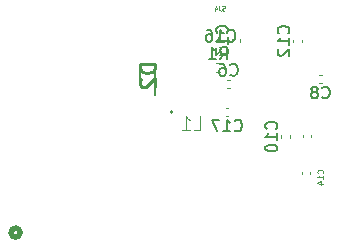
<source format=gbr>
%TF.GenerationSoftware,KiCad,Pcbnew,7.0.1*%
%TF.CreationDate,2023-05-03T15:55:27+02:00*%
%TF.ProjectId,board,626f6172-642e-46b6-9963-61645f706362,rev?*%
%TF.SameCoordinates,Original*%
%TF.FileFunction,Legend,Bot*%
%TF.FilePolarity,Positive*%
%FSLAX46Y46*%
G04 Gerber Fmt 4.6, Leading zero omitted, Abs format (unit mm)*
G04 Created by KiCad (PCBNEW 7.0.1) date 2023-05-03 15:55:27*
%MOMM*%
%LPD*%
G01*
G04 APERTURE LIST*
%ADD10C,0.150000*%
%ADD11C,0.125000*%
%ADD12C,0.076200*%
%ADD13C,0.254000*%
%ADD14C,0.032512*%
%ADD15C,0.508000*%
%ADD16C,0.120000*%
%ADD17C,0.152400*%
%ADD18C,0.200000*%
G04 APERTURE END LIST*
D10*
%TO.C,C16*%
X234317857Y-74217380D02*
X234365476Y-74265000D01*
X234365476Y-74265000D02*
X234508333Y-74312619D01*
X234508333Y-74312619D02*
X234603571Y-74312619D01*
X234603571Y-74312619D02*
X234746428Y-74265000D01*
X234746428Y-74265000D02*
X234841666Y-74169761D01*
X234841666Y-74169761D02*
X234889285Y-74074523D01*
X234889285Y-74074523D02*
X234936904Y-73884047D01*
X234936904Y-73884047D02*
X234936904Y-73741190D01*
X234936904Y-73741190D02*
X234889285Y-73550714D01*
X234889285Y-73550714D02*
X234841666Y-73455476D01*
X234841666Y-73455476D02*
X234746428Y-73360238D01*
X234746428Y-73360238D02*
X234603571Y-73312619D01*
X234603571Y-73312619D02*
X234508333Y-73312619D01*
X234508333Y-73312619D02*
X234365476Y-73360238D01*
X234365476Y-73360238D02*
X234317857Y-73407857D01*
X233365476Y-74312619D02*
X233936904Y-74312619D01*
X233651190Y-74312619D02*
X233651190Y-73312619D01*
X233651190Y-73312619D02*
X233746428Y-73455476D01*
X233746428Y-73455476D02*
X233841666Y-73550714D01*
X233841666Y-73550714D02*
X233936904Y-73598333D01*
X232508333Y-73312619D02*
X232698809Y-73312619D01*
X232698809Y-73312619D02*
X232794047Y-73360238D01*
X232794047Y-73360238D02*
X232841666Y-73407857D01*
X232841666Y-73407857D02*
X232936904Y-73550714D01*
X232936904Y-73550714D02*
X232984523Y-73741190D01*
X232984523Y-73741190D02*
X232984523Y-74122142D01*
X232984523Y-74122142D02*
X232936904Y-74217380D01*
X232936904Y-74217380D02*
X232889285Y-74265000D01*
X232889285Y-74265000D02*
X232794047Y-74312619D01*
X232794047Y-74312619D02*
X232603571Y-74312619D01*
X232603571Y-74312619D02*
X232508333Y-74265000D01*
X232508333Y-74265000D02*
X232460714Y-74217380D01*
X232460714Y-74217380D02*
X232413095Y-74122142D01*
X232413095Y-74122142D02*
X232413095Y-73884047D01*
X232413095Y-73884047D02*
X232460714Y-73788809D01*
X232460714Y-73788809D02*
X232508333Y-73741190D01*
X232508333Y-73741190D02*
X232603571Y-73693571D01*
X232603571Y-73693571D02*
X232794047Y-73693571D01*
X232794047Y-73693571D02*
X232889285Y-73741190D01*
X232889285Y-73741190D02*
X232936904Y-73788809D01*
X232936904Y-73788809D02*
X232984523Y-73884047D01*
D11*
%TO.C,C14*%
X242333690Y-85478571D02*
X242357500Y-85454762D01*
X242357500Y-85454762D02*
X242381309Y-85383333D01*
X242381309Y-85383333D02*
X242381309Y-85335714D01*
X242381309Y-85335714D02*
X242357500Y-85264286D01*
X242357500Y-85264286D02*
X242309880Y-85216667D01*
X242309880Y-85216667D02*
X242262261Y-85192857D01*
X242262261Y-85192857D02*
X242167023Y-85169048D01*
X242167023Y-85169048D02*
X242095595Y-85169048D01*
X242095595Y-85169048D02*
X242000357Y-85192857D01*
X242000357Y-85192857D02*
X241952738Y-85216667D01*
X241952738Y-85216667D02*
X241905119Y-85264286D01*
X241905119Y-85264286D02*
X241881309Y-85335714D01*
X241881309Y-85335714D02*
X241881309Y-85383333D01*
X241881309Y-85383333D02*
X241905119Y-85454762D01*
X241905119Y-85454762D02*
X241928928Y-85478571D01*
X242381309Y-85954762D02*
X242381309Y-85669048D01*
X242381309Y-85811905D02*
X241881309Y-85811905D01*
X241881309Y-85811905D02*
X241952738Y-85764286D01*
X241952738Y-85764286D02*
X242000357Y-85716667D01*
X242000357Y-85716667D02*
X242024166Y-85669048D01*
X242047976Y-86383333D02*
X242381309Y-86383333D01*
X241857500Y-86264285D02*
X242214642Y-86145238D01*
X242214642Y-86145238D02*
X242214642Y-86454761D01*
D10*
%TO.C,R1*%
X233641666Y-75817619D02*
X233974999Y-75341428D01*
X234213094Y-75817619D02*
X234213094Y-74817619D01*
X234213094Y-74817619D02*
X233832142Y-74817619D01*
X233832142Y-74817619D02*
X233736904Y-74865238D01*
X233736904Y-74865238D02*
X233689285Y-74912857D01*
X233689285Y-74912857D02*
X233641666Y-75008095D01*
X233641666Y-75008095D02*
X233641666Y-75150952D01*
X233641666Y-75150952D02*
X233689285Y-75246190D01*
X233689285Y-75246190D02*
X233736904Y-75293809D01*
X233736904Y-75293809D02*
X233832142Y-75341428D01*
X233832142Y-75341428D02*
X234213094Y-75341428D01*
X232689285Y-75817619D02*
X233260713Y-75817619D01*
X232974999Y-75817619D02*
X232974999Y-74817619D01*
X232974999Y-74817619D02*
X233070237Y-74960476D01*
X233070237Y-74960476D02*
X233165475Y-75055714D01*
X233165475Y-75055714D02*
X233260713Y-75103333D01*
%TO.C,C10*%
X238382380Y-81707142D02*
X238430000Y-81659523D01*
X238430000Y-81659523D02*
X238477619Y-81516666D01*
X238477619Y-81516666D02*
X238477619Y-81421428D01*
X238477619Y-81421428D02*
X238430000Y-81278571D01*
X238430000Y-81278571D02*
X238334761Y-81183333D01*
X238334761Y-81183333D02*
X238239523Y-81135714D01*
X238239523Y-81135714D02*
X238049047Y-81088095D01*
X238049047Y-81088095D02*
X237906190Y-81088095D01*
X237906190Y-81088095D02*
X237715714Y-81135714D01*
X237715714Y-81135714D02*
X237620476Y-81183333D01*
X237620476Y-81183333D02*
X237525238Y-81278571D01*
X237525238Y-81278571D02*
X237477619Y-81421428D01*
X237477619Y-81421428D02*
X237477619Y-81516666D01*
X237477619Y-81516666D02*
X237525238Y-81659523D01*
X237525238Y-81659523D02*
X237572857Y-81707142D01*
X238477619Y-82659523D02*
X238477619Y-82088095D01*
X238477619Y-82373809D02*
X237477619Y-82373809D01*
X237477619Y-82373809D02*
X237620476Y-82278571D01*
X237620476Y-82278571D02*
X237715714Y-82183333D01*
X237715714Y-82183333D02*
X237763333Y-82088095D01*
X237477619Y-83278571D02*
X237477619Y-83373809D01*
X237477619Y-83373809D02*
X237525238Y-83469047D01*
X237525238Y-83469047D02*
X237572857Y-83516666D01*
X237572857Y-83516666D02*
X237668095Y-83564285D01*
X237668095Y-83564285D02*
X237858571Y-83611904D01*
X237858571Y-83611904D02*
X238096666Y-83611904D01*
X238096666Y-83611904D02*
X238287142Y-83564285D01*
X238287142Y-83564285D02*
X238382380Y-83516666D01*
X238382380Y-83516666D02*
X238430000Y-83469047D01*
X238430000Y-83469047D02*
X238477619Y-83373809D01*
X238477619Y-83373809D02*
X238477619Y-83278571D01*
X238477619Y-83278571D02*
X238430000Y-83183333D01*
X238430000Y-83183333D02*
X238382380Y-83135714D01*
X238382380Y-83135714D02*
X238287142Y-83088095D01*
X238287142Y-83088095D02*
X238096666Y-83040476D01*
X238096666Y-83040476D02*
X237858571Y-83040476D01*
X237858571Y-83040476D02*
X237668095Y-83088095D01*
X237668095Y-83088095D02*
X237572857Y-83135714D01*
X237572857Y-83135714D02*
X237525238Y-83183333D01*
X237525238Y-83183333D02*
X237477619Y-83278571D01*
%TO.C,C17*%
X234867857Y-81827380D02*
X234915476Y-81875000D01*
X234915476Y-81875000D02*
X235058333Y-81922619D01*
X235058333Y-81922619D02*
X235153571Y-81922619D01*
X235153571Y-81922619D02*
X235296428Y-81875000D01*
X235296428Y-81875000D02*
X235391666Y-81779761D01*
X235391666Y-81779761D02*
X235439285Y-81684523D01*
X235439285Y-81684523D02*
X235486904Y-81494047D01*
X235486904Y-81494047D02*
X235486904Y-81351190D01*
X235486904Y-81351190D02*
X235439285Y-81160714D01*
X235439285Y-81160714D02*
X235391666Y-81065476D01*
X235391666Y-81065476D02*
X235296428Y-80970238D01*
X235296428Y-80970238D02*
X235153571Y-80922619D01*
X235153571Y-80922619D02*
X235058333Y-80922619D01*
X235058333Y-80922619D02*
X234915476Y-80970238D01*
X234915476Y-80970238D02*
X234867857Y-81017857D01*
X233915476Y-81922619D02*
X234486904Y-81922619D01*
X234201190Y-81922619D02*
X234201190Y-80922619D01*
X234201190Y-80922619D02*
X234296428Y-81065476D01*
X234296428Y-81065476D02*
X234391666Y-81160714D01*
X234391666Y-81160714D02*
X234486904Y-81208333D01*
X233582142Y-80922619D02*
X232915476Y-80922619D01*
X232915476Y-80922619D02*
X233344047Y-81922619D01*
D12*
%TO.C,L1*%
X231400647Y-81778901D02*
X231969123Y-81778901D01*
X231969123Y-81778901D02*
X231969123Y-80585101D01*
X230377390Y-81778901D02*
X231059561Y-81778901D01*
X230718475Y-81778901D02*
X230718475Y-80585101D01*
X230718475Y-80585101D02*
X230832171Y-80755644D01*
X230832171Y-80755644D02*
X230945866Y-80869339D01*
X230945866Y-80869339D02*
X231059561Y-80926187D01*
D10*
%TO.C,C12*%
X239407380Y-73632142D02*
X239455000Y-73584523D01*
X239455000Y-73584523D02*
X239502619Y-73441666D01*
X239502619Y-73441666D02*
X239502619Y-73346428D01*
X239502619Y-73346428D02*
X239455000Y-73203571D01*
X239455000Y-73203571D02*
X239359761Y-73108333D01*
X239359761Y-73108333D02*
X239264523Y-73060714D01*
X239264523Y-73060714D02*
X239074047Y-73013095D01*
X239074047Y-73013095D02*
X238931190Y-73013095D01*
X238931190Y-73013095D02*
X238740714Y-73060714D01*
X238740714Y-73060714D02*
X238645476Y-73108333D01*
X238645476Y-73108333D02*
X238550238Y-73203571D01*
X238550238Y-73203571D02*
X238502619Y-73346428D01*
X238502619Y-73346428D02*
X238502619Y-73441666D01*
X238502619Y-73441666D02*
X238550238Y-73584523D01*
X238550238Y-73584523D02*
X238597857Y-73632142D01*
X239502619Y-74584523D02*
X239502619Y-74013095D01*
X239502619Y-74298809D02*
X238502619Y-74298809D01*
X238502619Y-74298809D02*
X238645476Y-74203571D01*
X238645476Y-74203571D02*
X238740714Y-74108333D01*
X238740714Y-74108333D02*
X238788333Y-74013095D01*
X238597857Y-74965476D02*
X238550238Y-75013095D01*
X238550238Y-75013095D02*
X238502619Y-75108333D01*
X238502619Y-75108333D02*
X238502619Y-75346428D01*
X238502619Y-75346428D02*
X238550238Y-75441666D01*
X238550238Y-75441666D02*
X238597857Y-75489285D01*
X238597857Y-75489285D02*
X238693095Y-75536904D01*
X238693095Y-75536904D02*
X238788333Y-75536904D01*
X238788333Y-75536904D02*
X238931190Y-75489285D01*
X238931190Y-75489285D02*
X239502619Y-74917857D01*
X239502619Y-74917857D02*
X239502619Y-75536904D01*
%TO.C,C13*%
X234207380Y-73582142D02*
X234255000Y-73534523D01*
X234255000Y-73534523D02*
X234302619Y-73391666D01*
X234302619Y-73391666D02*
X234302619Y-73296428D01*
X234302619Y-73296428D02*
X234255000Y-73153571D01*
X234255000Y-73153571D02*
X234159761Y-73058333D01*
X234159761Y-73058333D02*
X234064523Y-73010714D01*
X234064523Y-73010714D02*
X233874047Y-72963095D01*
X233874047Y-72963095D02*
X233731190Y-72963095D01*
X233731190Y-72963095D02*
X233540714Y-73010714D01*
X233540714Y-73010714D02*
X233445476Y-73058333D01*
X233445476Y-73058333D02*
X233350238Y-73153571D01*
X233350238Y-73153571D02*
X233302619Y-73296428D01*
X233302619Y-73296428D02*
X233302619Y-73391666D01*
X233302619Y-73391666D02*
X233350238Y-73534523D01*
X233350238Y-73534523D02*
X233397857Y-73582142D01*
X234302619Y-74534523D02*
X234302619Y-73963095D01*
X234302619Y-74248809D02*
X233302619Y-74248809D01*
X233302619Y-74248809D02*
X233445476Y-74153571D01*
X233445476Y-74153571D02*
X233540714Y-74058333D01*
X233540714Y-74058333D02*
X233588333Y-73963095D01*
X233302619Y-74867857D02*
X233302619Y-75486904D01*
X233302619Y-75486904D02*
X233683571Y-75153571D01*
X233683571Y-75153571D02*
X233683571Y-75296428D01*
X233683571Y-75296428D02*
X233731190Y-75391666D01*
X233731190Y-75391666D02*
X233778809Y-75439285D01*
X233778809Y-75439285D02*
X233874047Y-75486904D01*
X233874047Y-75486904D02*
X234112142Y-75486904D01*
X234112142Y-75486904D02*
X234207380Y-75439285D01*
X234207380Y-75439285D02*
X234255000Y-75391666D01*
X234255000Y-75391666D02*
X234302619Y-75296428D01*
X234302619Y-75296428D02*
X234302619Y-75010714D01*
X234302619Y-75010714D02*
X234255000Y-74915476D01*
X234255000Y-74915476D02*
X234207380Y-74867857D01*
D13*
%TO.C,D2*%
X228112526Y-76252618D02*
X226842526Y-76252618D01*
X226842526Y-76252618D02*
X226842526Y-76554999D01*
X226842526Y-76554999D02*
X226903002Y-76736428D01*
X226903002Y-76736428D02*
X227023954Y-76857380D01*
X227023954Y-76857380D02*
X227144907Y-76917857D01*
X227144907Y-76917857D02*
X227386811Y-76978333D01*
X227386811Y-76978333D02*
X227568240Y-76978333D01*
X227568240Y-76978333D02*
X227810145Y-76917857D01*
X227810145Y-76917857D02*
X227931097Y-76857380D01*
X227931097Y-76857380D02*
X228052050Y-76736428D01*
X228052050Y-76736428D02*
X228112526Y-76554999D01*
X228112526Y-76554999D02*
X228112526Y-76252618D01*
X226963478Y-77462142D02*
X226903002Y-77522618D01*
X226903002Y-77522618D02*
X226842526Y-77643571D01*
X226842526Y-77643571D02*
X226842526Y-77945952D01*
X226842526Y-77945952D02*
X226903002Y-78066904D01*
X226903002Y-78066904D02*
X226963478Y-78127380D01*
X226963478Y-78127380D02*
X227084430Y-78187857D01*
X227084430Y-78187857D02*
X227205383Y-78187857D01*
X227205383Y-78187857D02*
X227386811Y-78127380D01*
X227386811Y-78127380D02*
X228112526Y-77401666D01*
X228112526Y-77401666D02*
X228112526Y-78187857D01*
D10*
%TO.C,C6*%
X234516666Y-77107380D02*
X234564285Y-77155000D01*
X234564285Y-77155000D02*
X234707142Y-77202619D01*
X234707142Y-77202619D02*
X234802380Y-77202619D01*
X234802380Y-77202619D02*
X234945237Y-77155000D01*
X234945237Y-77155000D02*
X235040475Y-77059761D01*
X235040475Y-77059761D02*
X235088094Y-76964523D01*
X235088094Y-76964523D02*
X235135713Y-76774047D01*
X235135713Y-76774047D02*
X235135713Y-76631190D01*
X235135713Y-76631190D02*
X235088094Y-76440714D01*
X235088094Y-76440714D02*
X235040475Y-76345476D01*
X235040475Y-76345476D02*
X234945237Y-76250238D01*
X234945237Y-76250238D02*
X234802380Y-76202619D01*
X234802380Y-76202619D02*
X234707142Y-76202619D01*
X234707142Y-76202619D02*
X234564285Y-76250238D01*
X234564285Y-76250238D02*
X234516666Y-76297857D01*
X233659523Y-76202619D02*
X233849999Y-76202619D01*
X233849999Y-76202619D02*
X233945237Y-76250238D01*
X233945237Y-76250238D02*
X233992856Y-76297857D01*
X233992856Y-76297857D02*
X234088094Y-76440714D01*
X234088094Y-76440714D02*
X234135713Y-76631190D01*
X234135713Y-76631190D02*
X234135713Y-77012142D01*
X234135713Y-77012142D02*
X234088094Y-77107380D01*
X234088094Y-77107380D02*
X234040475Y-77155000D01*
X234040475Y-77155000D02*
X233945237Y-77202619D01*
X233945237Y-77202619D02*
X233754761Y-77202619D01*
X233754761Y-77202619D02*
X233659523Y-77155000D01*
X233659523Y-77155000D02*
X233611904Y-77107380D01*
X233611904Y-77107380D02*
X233564285Y-77012142D01*
X233564285Y-77012142D02*
X233564285Y-76774047D01*
X233564285Y-76774047D02*
X233611904Y-76678809D01*
X233611904Y-76678809D02*
X233659523Y-76631190D01*
X233659523Y-76631190D02*
X233754761Y-76583571D01*
X233754761Y-76583571D02*
X233945237Y-76583571D01*
X233945237Y-76583571D02*
X234040475Y-76631190D01*
X234040475Y-76631190D02*
X234088094Y-76678809D01*
X234088094Y-76678809D02*
X234135713Y-76774047D01*
D14*
%TO.C,SJ4*%
X234052300Y-71672440D02*
X233998887Y-71690244D01*
X233998887Y-71690244D02*
X233909866Y-71690244D01*
X233909866Y-71690244D02*
X233874258Y-71672440D01*
X233874258Y-71672440D02*
X233856454Y-71654635D01*
X233856454Y-71654635D02*
X233838649Y-71619027D01*
X233838649Y-71619027D02*
X233838649Y-71583419D01*
X233838649Y-71583419D02*
X233856454Y-71547810D01*
X233856454Y-71547810D02*
X233874258Y-71530006D01*
X233874258Y-71530006D02*
X233909866Y-71512202D01*
X233909866Y-71512202D02*
X233981083Y-71494398D01*
X233981083Y-71494398D02*
X234016691Y-71476593D01*
X234016691Y-71476593D02*
X234034496Y-71458789D01*
X234034496Y-71458789D02*
X234052300Y-71423181D01*
X234052300Y-71423181D02*
X234052300Y-71387572D01*
X234052300Y-71387572D02*
X234034496Y-71351964D01*
X234034496Y-71351964D02*
X234016691Y-71334160D01*
X234016691Y-71334160D02*
X233981083Y-71316356D01*
X233981083Y-71316356D02*
X233892062Y-71316356D01*
X233892062Y-71316356D02*
X233838649Y-71334160D01*
X233571586Y-71316356D02*
X233571586Y-71583419D01*
X233571586Y-71583419D02*
X233589391Y-71636831D01*
X233589391Y-71636831D02*
X233624999Y-71672440D01*
X233624999Y-71672440D02*
X233678412Y-71690244D01*
X233678412Y-71690244D02*
X233714020Y-71690244D01*
X233233307Y-71440985D02*
X233233307Y-71690244D01*
X233322328Y-71298552D02*
X233411349Y-71565614D01*
X233411349Y-71565614D02*
X233179894Y-71565614D01*
D10*
%TO.C,C8*%
X242286666Y-79027380D02*
X242334285Y-79075000D01*
X242334285Y-79075000D02*
X242477142Y-79122619D01*
X242477142Y-79122619D02*
X242572380Y-79122619D01*
X242572380Y-79122619D02*
X242715237Y-79075000D01*
X242715237Y-79075000D02*
X242810475Y-78979761D01*
X242810475Y-78979761D02*
X242858094Y-78884523D01*
X242858094Y-78884523D02*
X242905713Y-78694047D01*
X242905713Y-78694047D02*
X242905713Y-78551190D01*
X242905713Y-78551190D02*
X242858094Y-78360714D01*
X242858094Y-78360714D02*
X242810475Y-78265476D01*
X242810475Y-78265476D02*
X242715237Y-78170238D01*
X242715237Y-78170238D02*
X242572380Y-78122619D01*
X242572380Y-78122619D02*
X242477142Y-78122619D01*
X242477142Y-78122619D02*
X242334285Y-78170238D01*
X242334285Y-78170238D02*
X242286666Y-78217857D01*
X241715237Y-78551190D02*
X241810475Y-78503571D01*
X241810475Y-78503571D02*
X241858094Y-78455952D01*
X241858094Y-78455952D02*
X241905713Y-78360714D01*
X241905713Y-78360714D02*
X241905713Y-78313095D01*
X241905713Y-78313095D02*
X241858094Y-78217857D01*
X241858094Y-78217857D02*
X241810475Y-78170238D01*
X241810475Y-78170238D02*
X241715237Y-78122619D01*
X241715237Y-78122619D02*
X241524761Y-78122619D01*
X241524761Y-78122619D02*
X241429523Y-78170238D01*
X241429523Y-78170238D02*
X241381904Y-78217857D01*
X241381904Y-78217857D02*
X241334285Y-78313095D01*
X241334285Y-78313095D02*
X241334285Y-78360714D01*
X241334285Y-78360714D02*
X241381904Y-78455952D01*
X241381904Y-78455952D02*
X241429523Y-78503571D01*
X241429523Y-78503571D02*
X241524761Y-78551190D01*
X241524761Y-78551190D02*
X241715237Y-78551190D01*
X241715237Y-78551190D02*
X241810475Y-78598809D01*
X241810475Y-78598809D02*
X241858094Y-78646428D01*
X241858094Y-78646428D02*
X241905713Y-78741666D01*
X241905713Y-78741666D02*
X241905713Y-78932142D01*
X241905713Y-78932142D02*
X241858094Y-79027380D01*
X241858094Y-79027380D02*
X241810475Y-79075000D01*
X241810475Y-79075000D02*
X241715237Y-79122619D01*
X241715237Y-79122619D02*
X241524761Y-79122619D01*
X241524761Y-79122619D02*
X241429523Y-79075000D01*
X241429523Y-79075000D02*
X241381904Y-79027380D01*
X241381904Y-79027380D02*
X241334285Y-78932142D01*
X241334285Y-78932142D02*
X241334285Y-78741666D01*
X241334285Y-78741666D02*
X241381904Y-78646428D01*
X241381904Y-78646428D02*
X241429523Y-78598809D01*
X241429523Y-78598809D02*
X241524761Y-78551190D01*
D15*
%TO.C,J4*%
X216706000Y-90495000D02*
G75*
G03*
X216706000Y-90495000I-381000J0D01*
G01*
D16*
%TO.C,C16*%
X233512164Y-74765000D02*
X233727836Y-74765000D01*
X233512164Y-75485000D02*
X233727836Y-75485000D01*
%TO.C,C14*%
X241285000Y-85342164D02*
X241285000Y-85557836D01*
X240565000Y-85342164D02*
X240565000Y-85557836D01*
%TO.C,R1*%
X233628641Y-76905000D02*
X233321359Y-76905000D01*
X233628641Y-76145000D02*
X233321359Y-76145000D01*
%TO.C,C10*%
X239535000Y-82242164D02*
X239535000Y-82457836D01*
X238815000Y-82242164D02*
X238815000Y-82457836D01*
%TO.C,C17*%
X234117164Y-79940000D02*
X234332836Y-79940000D01*
X234117164Y-80660000D02*
X234332836Y-80660000D01*
%TO.C,C15*%
X240640000Y-82407836D02*
X240640000Y-82192164D01*
X241360000Y-82407836D02*
X241360000Y-82192164D01*
D17*
%TO.C,L1*%
X229599400Y-80300000D02*
G75*
G03*
X229447000Y-80300000I-76200J0D01*
G01*
X229447000Y-80300000D02*
G75*
G03*
X229599400Y-80300000I76200J0D01*
G01*
D16*
%TO.C,C12*%
X240560000Y-74167164D02*
X240560000Y-74382836D01*
X239840000Y-74167164D02*
X239840000Y-74382836D01*
%TO.C,C13*%
X235360000Y-74117164D02*
X235360000Y-74332836D01*
X234640000Y-74117164D02*
X234640000Y-74332836D01*
D18*
%TO.C,D2*%
X228165000Y-78872000D02*
X228165000Y-76360000D01*
X226885000Y-78020000D02*
X226885000Y-76360000D01*
D16*
%TO.C,C6*%
X234457836Y-78260000D02*
X234242164Y-78260000D01*
X234457836Y-77540000D02*
X234242164Y-77540000D01*
%TO.C,C8*%
X242012164Y-77140000D02*
X242227836Y-77140000D01*
X242012164Y-77860000D02*
X242227836Y-77860000D01*
%TD*%
M02*

</source>
